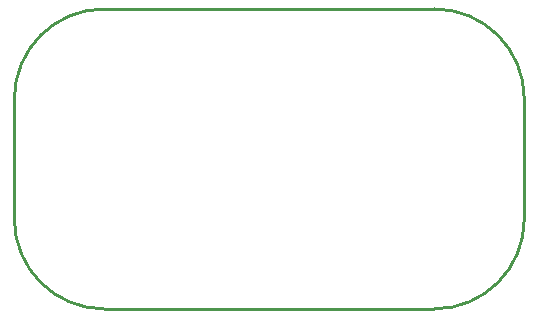
<source format=gm1>
G04*
G04 #@! TF.GenerationSoftware,Altium Limited,Altium Designer,21.0.9 (235)*
G04*
G04 Layer_Color=16711935*
%FSLAX25Y25*%
%MOIN*%
G70*
G04*
G04 #@! TF.SameCoordinates,75D1A4E6-31BD-42C8-8B3C-3027E6905E36*
G04*
G04*
G04 #@! TF.FilePolarity,Positive*
G04*
G01*
G75*
%ADD37C,0.01000*%
D37*
X170000Y70000D02*
G03*
X140000Y100000I-30000J0D01*
G01*
Y0D02*
G03*
X170000Y30000I0J30000D01*
G01*
X30000Y100000D02*
G03*
X0Y70000I0J-30000D01*
G01*
Y30000D02*
G03*
X30000Y0I30000J0D01*
G01*
X0Y30000D02*
Y70000D01*
X30000Y0D02*
X140000D01*
X170000Y30000D02*
Y70000D01*
X30000Y100000D02*
X140000D01*
M02*

</source>
